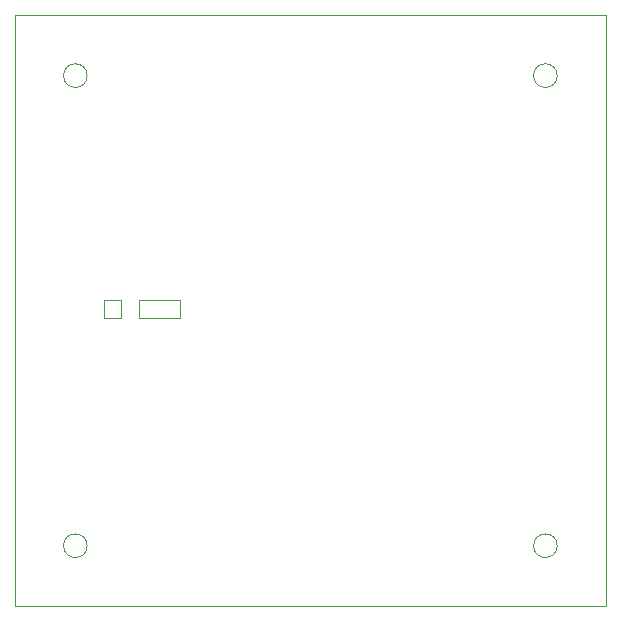
<source format=gbr>
%TF.GenerationSoftware,KiCad,Pcbnew,5.0.2-bee76a0~70~ubuntu18.04.1*%
%TF.CreationDate,2020-02-29T17:11:30-08:00*%
%TF.ProjectId,SolarCell+Y,536f6c61-7243-4656-9c6c-2b592e6b6963,rev?*%
%TF.SameCoordinates,Original*%
%TF.FileFunction,Profile,NP*%
%FSLAX46Y46*%
G04 Gerber Fmt 4.6, Leading zero omitted, Abs format (unit mm)*
G04 Created by KiCad (PCBNEW 5.0.2-bee76a0~70~ubuntu18.04.1) date Sat 29 Feb 2020 05:11:30 PM PST*
%MOMM*%
%LPD*%
G01*
G04 APERTURE LIST*
%ADD10C,0.050000*%
G04 APERTURE END LIST*
D10*
X160500000Y-65600000D02*
X160500000Y-64100000D01*
X164000000Y-65600000D02*
X160500000Y-65600000D01*
X164000000Y-64100000D02*
X164000000Y-65600000D01*
X160500000Y-64100000D02*
X164000000Y-64100000D01*
X159000000Y-64100000D02*
X157500000Y-64100000D01*
X159000000Y-65650000D02*
X159000000Y-64100000D01*
X157500000Y-65650000D02*
X159000000Y-65650000D01*
X157500000Y-64100000D02*
X157500000Y-65650000D01*
X200000000Y-40000000D02*
X150000000Y-40000000D01*
X150000000Y-90000000D02*
X200000000Y-90000000D01*
X150000000Y-40000000D02*
X150000000Y-90000000D01*
X195900000Y-45100000D02*
G75*
G03X195900000Y-45100000I-1000000J0D01*
G01*
X156100000Y-84900000D02*
G75*
G03X156100000Y-84900000I-1000000J0D01*
G01*
X156100000Y-45100000D02*
G75*
G03X156100000Y-45100000I-1000000J0D01*
G01*
X195900000Y-84900000D02*
G75*
G03X195900000Y-84900000I-1000000J0D01*
G01*
X200000000Y-90000000D02*
X200000000Y-40000000D01*
M02*

</source>
